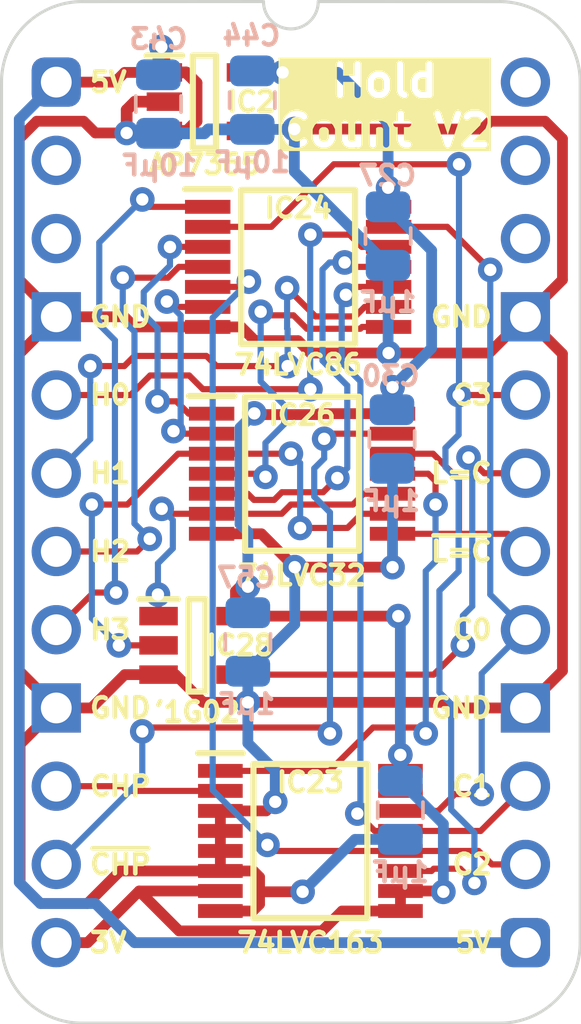
<source format=kicad_pcb>
(kicad_pcb (version 20241229) (generator "pcbnew") (generator_version "9.0")
  (title_block (title "Hold Count") (date "2026-02-20") (rev "V2"))
  (layers (0 "F.Cu" signal) (2 "B.Cu" signal) (13 "F.Paste" user) (15 "B.Paste" user) (5 "F.SilkS" user "F.Silkscreen") (7 "B.SilkS" user "B.Silkscreen") (1 "F.Mask" user) (3 "B.Mask" user) (25 "Edge.Cuts" user))
  (net 0 "")
  (net 1 "GND")
  (net 2 "5V")
  (net 3 "/~{Reset Counter}")
  (net 4 "~{CLK High Pulse}")
  (net 5 "Latch0")
  (net 6 "Latch1")
  (net 7 "Latch3")
  (net 8 "Latch2")
  (net 9 "Count0")
  (net 10 "Count2")
  (net 11 "Count1")
  (net 12 "Count3")
  (net 13 "CLK High Pulse")
  (net 14 "3.3V")
  (net 16 "L=C")
  (net 17 "~{L=C}")
  (net 19 "/~{L1=C1}")
  (net 20 "/~{L2=C2}")
  (net 21 "/~{L3=C3}")
  (net 22 "/~{L0=C0}")
  (net 23 "/~{L_{1+0}=C_{1+0}}")
  (net 24 "/~{L_{3+2}=C_{3+2}}")
  (footprint "SamacSys_Parts:SOT95P275X110-5N" (layer "F.Cu") (at 4.572 18.288)
    (property "Reference" "IC28" (at 1.397 0 0) (layer "F.SilkS") (effects (font (size 0.635 0.635))))
    (property "Value" "74LVC1G02GV,125" (hide yes))
    (fp_text user "${Silkscreen}" (at 0 2.159 0) (layer "F.SilkS") (effects (font (size 0.635 0.635))))
    (pad "1" smd rect (at -1.25 -0.95 90) (size 0.6 1.25) (layers "F.Cu" "F.Mask" "F.Paste") (net 23 "/~{L_{1+0}=C_{1+0}}"))
    (pad "2" smd rect (at -1.25 0 90) (size 0.6 1.25) (layers "F.Cu" "F.Mask" "F.Paste") (net 24 "/~{L_{3+2}=C_{3+2}}"))
    (pad "3" smd rect (at -1.25 0.95 90) (size 0.6 1.25) (layers "F.Cu" "F.Mask" "F.Paste") (net 1 "GND"))
    (pad "4" smd rect (at 1.25 0.95 90) (size 0.6 1.25) (layers "F.Cu" "F.Mask" "F.Paste") (net 16 "L=C"))
    (pad "5" smd rect (at 1.25 -0.95 90) (size 0.6 1.25) (layers "F.Cu" "F.Mask" "F.Paste") (net 14 "3.3V"))
  )
  (footprint "SamacSys_Parts:SOP65P640X110-14N" (layer "F.Cu") (at 7.984 12.715)
    (property "Reference" "IC26" (at 0 -1.905 0) (layer "F.SilkS") (effects (font (size 0.635 0.635))))
    (property "Value" "74LVC32APW,118" (hide yes))
    (fp_text user "${Silkscreen}" (at 0 3.302 0) (layer "F.SilkS") (effects (font (size 0.635 0.635))))
    (pad "1" smd rect (at -2.938 -1.95 90) (size 0.45 1.475) (layers "F.Cu" "F.Mask" "F.Paste") (net 21 "/~{L3=C3}"))
    (pad "2" smd rect (at -2.938 -1.3 90) (size 0.45 1.475) (layers "F.Cu" "F.Mask" "F.Paste") (net 20 "/~{L2=C2}"))
    (pad "3" smd rect (at -2.938 -0.65 90) (size 0.45 1.475) (layers "F.Cu" "F.Mask" "F.Paste") (net 24 "/~{L_{3+2}=C_{3+2}}"))
    (pad "4" smd rect (at -2.938 0 90) (size 0.45 1.475) (layers "F.Cu" "F.Mask" "F.Paste") (net 19 "/~{L1=C1}"))
    (pad "5" smd rect (at -2.938 0.65 90) (size 0.45 1.475) (layers "F.Cu" "F.Mask" "F.Paste") (net 22 "/~{L0=C0}"))
    (pad "6" smd rect (at -2.938 1.3 90) (size 0.45 1.475) (layers "F.Cu" "F.Mask" "F.Paste") (net 23 "/~{L_{1+0}=C_{1+0}}"))
    (pad "7" smd rect (at -2.938 1.95 90) (size 0.45 1.475) (layers "F.Cu" "F.Mask" "F.Paste") (net 1 "GND"))
    (pad "8" smd rect (at 2.938 1.95 90) (size 0.45 1.475) (layers "F.Cu" "F.Mask" "F.Paste") (net 17 "~{L=C}"))
    (pad "9" smd rect (at 2.938 1.3 90) (size 0.45 1.475) (layers "F.Cu" "F.Mask" "F.Paste") (net 24 "/~{L_{3+2}=C_{3+2}}"))
    (pad "10" smd rect (at 2.938 0.65 90) (size 0.45 1.475) (layers "F.Cu" "F.Mask" "F.Paste") (net 23 "/~{L_{1+0}=C_{1+0}}"))
    (pad "11" smd rect (at 2.938 0 90) (size 0.45 1.475) (layers "F.Cu" "F.Mask" "F.Paste") (net 3 "/~{Reset Counter}"))
    (pad "12" smd rect (at 2.938 -0.65 90) (size 0.45 1.475) (layers "F.Cu" "F.Mask" "F.Paste") (net 17 "~{L=C}"))
    (pad "13" smd rect (at 2.938 -1.3 90) (size 0.45 1.475) (layers "F.Cu" "F.Mask" "F.Paste") (net 4 "~{CLK High Pulse}"))
    (pad "14" smd rect (at 2.938 -1.95 90) (size 0.45 1.475) (layers "F.Cu" "F.Mask" "F.Paste") (net 14 "3.3V"))
  )
  (footprint "SamacSys_Parts:SOP65P640X120-14N" (layer "F.Cu") (at 7.857 5.999)
    (property "Reference" "IC24" (at 0 -1.905 0) (layer "F.SilkS") (effects (font (size 0.635 0.635))))
    (property "Value" "SN74LVC86APWR" (hide yes))
    (fp_text user "${Silkscreen}" (at 0 3.175 0) (layer "F.SilkS") (effects (font (size 0.635 0.635))))
    (pad "1" smd rect (at -2.938 -1.95 90) (size 0.45 1.475) (layers "F.Cu" "F.Mask" "F.Paste") (net 7 "Latch3"))
    (pad "2" smd rect (at -2.938 -1.3 90) (size 0.45 1.475) (layers "F.Cu" "F.Mask" "F.Paste") (net 12 "Count3"))
    (pad "3" smd rect (at -2.938 -0.65 90) (size 0.45 1.475) (layers "F.Cu" "F.Mask" "F.Paste") (net 21 "/~{L3=C3}"))
    (pad "4" smd rect (at -2.938 0 90) (size 0.45 1.475) (layers "F.Cu" "F.Mask" "F.Paste") (net 8 "Latch2"))
    (pad "5" smd rect (at -2.938 0.65 90) (size 0.45 1.475) (layers "F.Cu" "F.Mask" "F.Paste") (net 10 "Count2"))
    (pad "6" smd rect (at -2.938 1.3 90) (size 0.45 1.475) (layers "F.Cu" "F.Mask" "F.Paste") (net 20 "/~{L2=C2}"))
    (pad "7" smd rect (at -2.938 1.95 90) (size 0.45 1.475) (layers "F.Cu" "F.Mask" "F.Paste") (net 1 "GND"))
    (pad "8" smd rect (at 2.938 1.95 90) (size 0.45 1.475) (layers "F.Cu" "F.Mask" "F.Paste") (net 19 "/~{L1=C1}"))
    (pad "9" smd rect (at 2.938 1.3 90) (size 0.45 1.475) (layers "F.Cu" "F.Mask" "F.Paste") (net 6 "Latch1"))
    (pad "10" smd rect (at 2.938 0.65 90) (size 0.45 1.475) (layers "F.Cu" "F.Mask" "F.Paste") (net 11 "Count1"))
    (pad "11" smd rect (at 2.938 0 90) (size 0.45 1.475) (layers "F.Cu" "F.Mask" "F.Paste") (net 22 "/~{L0=C0}"))
    (pad "12" smd rect (at 2.938 -0.65 90) (size 0.45 1.475) (layers "F.Cu" "F.Mask" "F.Paste") (net 5 "Latch0"))
    (pad "13" smd rect (at 2.938 -1.3 90) (size 0.45 1.475) (layers "F.Cu" "F.Mask" "F.Paste") (net 9 "Count0"))
    (pad "14" smd rect (at 2.938 -1.95 90) (size 0.45 1.475) (layers "F.Cu" "F.Mask" "F.Paste") (net 14 "3.3V"))
  )
  (footprint "SamacSys_Parts:DIP-24_Board_W15.24mm" (layer "F.Cu") (at 0 0)
    (property "Reference" "J1" (hide yes))
    (property "Value" "Board 2x12 W15.24mm" (hide yes))
    (fp_line (start -1.778 27.94) (end -1.778 0) (stroke (width 0.1)) (layer "Edge.Cuts"))
    (fp_line (start 6.731 -2.6162) (end 0.835732 -2.613732) (stroke (width 0.1)) (layer "Edge.Cuts"))
    (fp_line (start 14.404267 -2.613733) (end 8.509 -2.6162) (stroke (width 0.1)) (layer "Edge.Cuts"))
    (fp_line (start 14.404268 30.553732) (end 0.835733 30.553733) (stroke (width 0.1)) (layer "Edge.Cuts"))
    (fp_line (start 17.018 27.94) (end 17.017999 -0.000001) (stroke (width 0.1)) (layer "Edge.Cuts"))
    (fp_arc (start -1.778 0) (mid -1.012456 -1.848188) (end 0.835732 -2.613732) (stroke (width 0.1)) (layer "Edge.Cuts"))
    (fp_arc (start 0.835733 30.553733) (mid -1.012456 29.788189) (end -1.778 27.94) (stroke (width 0.1)) (layer "Edge.Cuts"))
    (fp_arc (start 8.509 -2.6162) (mid 7.62 -1.7272) (end 6.731 -2.6162) (stroke (width 0.1)) (layer "Edge.Cuts"))
    (fp_arc (start 14.404267 -2.613733) (mid 16.252455 -1.848189) (end 17.017999 -0.000001) (stroke (width 0.1)) (layer "Edge.Cuts"))
    (fp_arc (start 17.018 27.94) (mid 16.252455 29.788187) (end 14.404268 30.553732) (stroke (width 0.1)) (layer "Edge.Cuts"))
    (pad "1" thru_hole roundrect (at 0 0) (size 1.6 1.6) (drill 1) (layers "*.Cu" "*.Mask") (net 2 "5V"))
    (pad "2" thru_hole oval (at 0 2.54) (size 1.6 1.6) (drill 1) (layers "*.Cu" "*.Mask"))
    (pad "3" thru_hole oval (at 0 5.08) (size 1.6 1.6) (drill 1) (layers "*.Cu" "*.Mask"))
    (pad "4" thru_hole rect (at 0 7.62) (size 1.6 1.6) (drill 1) (layers "*.Cu" "*.Mask") (net 1 "GND"))
    (pad "5" thru_hole oval (at 0 10.16) (size 1.6 1.6) (drill 1) (layers "*.Cu" "*.Mask") (net 5 "Latch0"))
    (pad "6" thru_hole oval (at 0 12.7) (size 1.6 1.6) (drill 1) (layers "*.Cu" "*.Mask") (net 6 "Latch1"))
    (pad "7" thru_hole oval (at 0 15.24) (size 1.6 1.6) (drill 1) (layers "*.Cu" "*.Mask") (net 8 "Latch2"))
    (pad "8" thru_hole oval (at 0 17.78) (size 1.6 1.6) (drill 1) (layers "*.Cu" "*.Mask") (net 7 "Latch3"))
    (pad "9" thru_hole rect (at 0 20.32) (size 1.6 1.6) (drill 1) (layers "*.Cu" "*.Mask") (net 1 "GND"))
    (pad "10" thru_hole oval (at 0 22.86) (size 1.6 1.6) (drill 1) (layers "*.Cu" "*.Mask") (net 13 "CLK High Pulse"))
    (pad "11" thru_hole oval (at 0 25.4) (size 1.6 1.6) (drill 1) (layers "*.Cu" "*.Mask") (net 4 "~{CLK High Pulse}"))
    (pad "12" thru_hole oval (at 0 27.94) (size 1.6 1.6) (drill 1) (layers "*.Cu" "*.Mask") (net 14 "3.3V"))
    (pad "13" thru_hole roundrect (at 15.24 27.94) (size 1.6 1.6) (drill 1) (layers "*.Cu" "*.Mask") (net 2 "5V"))
    (pad "14" thru_hole oval (at 15.24 25.4) (size 1.6 1.6) (drill 1) (layers "*.Cu" "*.Mask") (net 10 "Count2"))
    (pad "15" thru_hole oval (at 15.24 22.86) (size 1.6 1.6) (drill 1) (layers "*.Cu" "*.Mask") (net 11 "Count1"))
    (pad "16" thru_hole rect (at 15.24 20.32) (size 1.6 1.6) (drill 1) (layers "*.Cu" "*.Mask") (net 1 "GND"))
    (pad "17" thru_hole oval (at 15.24 17.78 180) (size 1.6 1.6) (drill 1) (layers "*.Cu" "*.Mask") (net 9 "Count0"))
    (pad "18" thru_hole oval (at 15.24 15.24 180) (size 1.6 1.6) (drill 1) (layers "*.Cu" "*.Mask") (net 17 "~{L=C}"))
    (pad "19" thru_hole oval (at 15.24 12.7 180) (size 1.6 1.6) (drill 1) (layers "*.Cu" "*.Mask") (net 16 "L=C"))
    (pad "20" thru_hole oval (at 15.24 10.16 180) (size 1.6 1.6) (drill 1) (layers "*.Cu" "*.Mask") (net 12 "Count3"))
    (pad "21" thru_hole rect (at 15.24 7.62) (size 1.6 1.6) (drill 1) (layers "*.Cu" "*.Mask") (net 1 "GND"))
    (pad "22" thru_hole oval (at 15.24 5.08) (size 1.6 1.6) (drill 1) (layers "*.Cu" "*.Mask"))
    (pad "23" thru_hole oval (at 15.24 2.54) (size 1.6 1.6) (drill 1) (layers "*.Cu" "*.Mask"))
    (pad "24" thru_hole oval (at 15.24 0) (size 1.6 1.6) (drill 1) (layers "*.Cu" "*.Mask"))
  )
  (footprint "SamacSys_Parts:SOT95P285X130-5N" (layer "F.Cu") (at 4.811002 0.635)
    (property "Reference" "IC2" (at 1.524 0 0) (layer "F.SilkS") (effects (font (size 0.635 0.635))))
    (property "Value" "AP7365-33WG-7" (hide yes))
    (fp_text user "${Silkscreen}" (at 0 2.032 0) (layer "F.SilkS") (effects (font (size 0.635 0.635))))
    (pad "1" smd rect (at -1.3 -0.95 90) (size 0.6 1.15) (layers "F.Cu" "F.Mask" "F.Paste") (net 2 "5V"))
    (pad "2" smd rect (at -1.3 0 90) (size 0.6 1.15) (layers "F.Cu" "F.Mask" "F.Paste") (net 1 "GND"))
    (pad "3" smd rect (at -1.3 0.95 90) (size 0.6 1.15) (layers "F.Cu" "F.Mask" "F.Paste") (net 2 "5V"))
    (pad "4" smd rect (at 1.3 0.95 90) (size 0.6 1.15) (layers "F.Cu" "F.Mask" "F.Paste"))
    (pad "5" smd rect (at 1.3 -0.95 90) (size 0.6 1.15) (layers "F.Cu" "F.Mask" "F.Paste") (net 14 "3.3V"))
  )
  (footprint "SamacSys_Parts:SOP65P640X110-16N" (layer "F.Cu") (at 8.255 24.638)
    (property "Reference" "IC23" (at 0 -1.905 0) (layer "F.SilkS") (effects (font (size 0.635 0.635))))
    (property "Value" "74LVC163PW,118" (hide yes))
    (fp_text user "${Silkscreen}" (at 0 3.302 0) (layer "F.SilkS") (effects (font (size 0.635 0.635))))
    (pad "1" smd rect (at -2.925 -2.275 90) (size 0.45 1.45) (layers "F.Cu" "F.Mask" "F.Paste") (net 3 "/~{Reset Counter}"))
    (pad "2" smd rect (at -2.925 -1.625 90) (size 0.45 1.45) (layers "F.Cu" "F.Mask" "F.Paste") (net 13 "CLK High Pulse"))
    (pad "3" smd rect (at -2.925 -0.975 90) (size 0.45 1.45) (layers "F.Cu" "F.Mask" "F.Paste") (net 1 "GND"))
    (pad "4" smd rect (at -2.925 -0.325 90) (size 0.45 1.45) (layers "F.Cu" "F.Mask" "F.Paste") (net 1 "GND"))
    (pad "5" smd rect (at -2.925 0.325 90) (size 0.45 1.45) (layers "F.Cu" "F.Mask" "F.Paste") (net 1 "GND"))
    (pad "6" smd rect (at -2.925 0.975 90) (size 0.45 1.45) (layers "F.Cu" "F.Mask" "F.Paste") (net 1 "GND"))
    (pad "7" smd rect (at -2.925 1.625 90) (size 0.45 1.45) (layers "F.Cu" "F.Mask" "F.Paste") (net 14 "3.3V"))
    (pad "8" smd rect (at -2.925 2.275 90) (size 0.45 1.45) (layers "F.Cu" "F.Mask" "F.Paste") (net 1 "GND"))
    (pad "9" smd rect (at 2.925 2.275 90) (size 0.45 1.45) (layers "F.Cu" "F.Mask" "F.Paste") (net 14 "3.3V"))
    (pad "10" smd rect (at 2.925 1.625 90) (size 0.45 1.45) (layers "F.Cu" "F.Mask" "F.Paste") (net 14 "3.3V"))
    (pad "11" smd rect (at 2.925 0.975 90) (size 0.45 1.45) (layers "F.Cu" "F.Mask" "F.Paste") (net 12 "Count3"))
    (pad "12" smd rect (at 2.925 0.325 90) (size 0.45 1.45) (layers "F.Cu" "F.Mask" "F.Paste") (net 10 "Count2"))
    (pad "13" smd rect (at 2.925 -0.325 90) (size 0.45 1.45) (layers "F.Cu" "F.Mask" "F.Paste") (net 11 "Count1"))
    (pad "14" smd rect (at 2.925 -0.975 90) (size 0.45 1.45) (layers "F.Cu" "F.Mask" "F.Paste") (net 9 "Count0"))
    (pad "15" smd rect (at 2.925 -1.625 90) (size 0.45 1.45) (layers "F.Cu" "F.Mask" "F.Paste"))
    (pad "16" smd rect (at 2.925 -2.275 90) (size 0.45 1.45) (layers "F.Cu" "F.Mask" "F.Paste") (net 14 "3.3V"))
  )
  (footprint "SamacSys_Parts:C_0805" (layer "B.Cu") (at 6.223 18.161)
    (property "Reference" "C57" (at -0.061 -2.075 0) (layer "B.SilkS") (effects (font (size 0.635 0.635)) (justify mirror)))
    (property "Value" "1μF" (at -0.034 2.032 0) (layer "B.SilkS") (effects (font (size 0.635 0.635)) (justify mirror)))
    (pad "1" smd roundrect (at 0 -0.934 270) (size 1 1.45) (layers "B.Cu" "B.Mask" "B.Paste") (net 14 "3.3V"))
    (pad "2" smd roundrect (at 0 0.966 270) (size 1 1.45) (layers "B.Cu" "B.Mask" "B.Paste") (net 1 "GND"))
  )
  (footprint "SamacSys_Parts:C_0805" (layer "B.Cu") (at 10.778 4.983)
    (property "Reference" "C27" (at -0.026999 -1.948 0) (layer "B.SilkS") (effects (font (size 0.635 0.635)) (justify mirror)))
    (property "Value" "1μF" (at 0 2.159 0) (layer "B.SilkS") (effects (font (size 0.635 0.635)) (justify mirror)))
    (pad "1" smd roundrect (at 0 -0.934 270) (size 1 1.45) (layers "B.Cu" "B.Mask" "B.Paste") (net 14 "3.3V"))
    (pad "2" smd roundrect (at 0 0.966 270) (size 1 1.45) (layers "B.Cu" "B.Mask" "B.Paste") (net 1 "GND"))
  )
  (footprint "SamacSys_Parts:C_0805" (layer "B.Cu") (at 11.176 23.622)
    (property "Reference" "C25" (hide yes))
    (property "Value" "1μF" (at 0 2.032 180) (layer "B.SilkS") (effects (font (size 0.635 0.635)) (justify mirror)))
    (pad "1" smd roundrect (at 0 -0.934 270) (size 1 1.45) (layers "B.Cu" "B.Mask" "B.Paste") (net 14 "3.3V"))
    (pad "2" smd roundrect (at 0 0.966 270) (size 1 1.45) (layers "B.Cu" "B.Mask" "B.Paste") (net 1 "GND"))
  )
  (footprint "SamacSys_Parts:C_0805" (layer "B.Cu") (at 10.905 11.572)
    (property "Reference" "C30" (at -0.044 -2.032 0) (layer "B.SilkS") (effects (font (size 0.635 0.635)) (justify mirror)))
    (property "Value" "1μF" (at -0.017 2.032 0) (layer "B.SilkS") (effects (font (size 0.635 0.635)) (justify mirror)))
    (pad "1" smd roundrect (at 0 -0.934 270) (size 1 1.45) (layers "B.Cu" "B.Mask" "B.Paste") (net 14 "3.3V"))
    (pad "2" smd roundrect (at 0 0.966 270) (size 1 1.45) (layers "B.Cu" "B.Mask" "B.Paste") (net 1 "GND"))
  )
  (footprint "SamacSys_Parts:C_0805" (layer "B.Cu") (at 6.365002 0.569)
    (property "Reference" "C44" (at -0.026999 -2.075 0) (layer "B.SilkS") (effects (font (size 0.635 0.635)) (justify mirror)))
    (property "Value" "10μF" (at 0 2.032 0) (layer "B.SilkS") (effects (font (size 0.635 0.635)) (justify mirror)))
    (pad "1" smd roundrect (at 0 -0.934 270) (size 1 1.45) (layers "B.Cu" "B.Mask" "B.Paste") (net 14 "3.3V"))
    (pad "2" smd roundrect (at 0 0.966 270) (size 1 1.45) (layers "B.Cu" "B.Mask" "B.Paste") (net 1 "GND"))
  )
  (footprint "SamacSys_Parts:C_0805" (layer "B.Cu") (at 3.317002 0.696)
    (property "Reference" "C43" (at 0.002805 -2.095408 0) (layer "B.SilkS") (effects (font (size 0.635 0.635)) (justify mirror)))
    (property "Value" "10μF" (at 0.029803 2.011592 0) (layer "B.SilkS") (effects (font (size 0.635 0.635)) (justify mirror)))
    (pad "1" smd roundrect (at 0 -0.934 270) (size 1 1.45) (layers "B.Cu" "B.Mask" "B.Paste") (net 2 "5V"))
    (pad "2" smd roundrect (at 0 0.966 270) (size 1 1.45) (layers "B.Cu" "B.Mask" "B.Paste") (net 1 "GND"))
  )
  (gr_text "GND" (at 14.224 7.62 0) (layer "F.SilkS") (effects (font (size 0.635 0.635)) (justify right)))
  (gr_text "GND" (at 1.016 7.62 0) (layer "F.SilkS") (effects (font (size 0.635 0.635)) (justify left)))
  (gr_text "C3" (at 14.224 10.16 0) (layer "F.SilkS") (effects (font (size 0.635 0.635)) (justify right)))
  (gr_text "5V" (at 1.016 0 0) (layer "F.SilkS") (effects (font (size 0.635 0.635)) (justify left)))
  (gr_text "~{L=C}" (at 14.224 15.24 0) (layer "F.SilkS") (effects (font (size 0.635 0.635) (thickness 0.15) (bold yes)) (justify right)))
  (gr_text "C1" (at 14.224 22.86 0) (layer "F.SilkS") (effects (font (size 0.635 0.635)) (justify right)))
  (gr_text "~{CHP}" (at 1.016 25.4 0) (layer "F.SilkS") (effects (font (size 0.635 0.635)) (justify left)))
  (gr_text "3V" (at 1.016 27.94 0) (layer "F.SilkS") (effects (font (size 0.635 0.635)) (justify left)))
  (gr_text "C2" (at 14.224 25.4 0) (layer "F.SilkS") (effects (font (size 0.635 0.635)) (justify right)))
  (gr_text "C0" (at 14.224 17.78 0) (layer "F.SilkS") (effects (font (size 0.635 0.635)) (justify right)))
  (gr_text "CHP" (at 1.016 22.86 0) (layer "F.SilkS") (effects (font (size 0.635 0.635) (thickness 0.15) (bold yes)) (justify left)))
  (gr_text "GND" (at 1.016 20.32 0) (layer "F.SilkS") (effects (font (size 0.635 0.635)) (justify left)))
  (gr_text "5V" (at 14.224 27.94 0) (layer "F.SilkS") (effects (font (size 0.635 0.635)) (justify right)))
  (gr_text "GND" (at 14.224 20.32 0) (layer "F.SilkS") (effects (font (size 0.635 0.635)) (justify right)))
  (gr_text "Hold\nCount ${REVISION}" (at 10.668 2.159 0) (layer "F.SilkS" knockout) (effects (font (size 1 1) (thickness 0.2) (bold yes)) (justify bottom)))
  (gr_text "L=C" (at 14.224 12.7 0) (layer "F.SilkS") (effects (font (size 0.635 0.635) (thickness 0.15) (bold yes)) (justify right)))
  (gr_text "H2" (at 1.016 15.24 0) (layer "F.SilkS") (effects (font (size 0.635 0.635) (thickness 0.15) (bold yes)) (justify left)))
  (gr_text "H1" (at 1.016 12.7 0) (layer "F.SilkS") (effects (font (size 0.635 0.635)) (justify left)))
  (gr_text "H0" (at 1.016 10.16 0) (layer "F.SilkS") (effects (font (size 0.635 0.635)) (justify left)))
  (gr_text "H3" (at 1.016 17.78 0) (layer "F.SilkS") (effects (font (size 0.635 0.635)) (justify left)))
  (segment (start 16.441999 6.418001) (end 16.441999 1.836999) (width 0.35) (layer "F.Cu") (net 1))
  (segment (start 2.211 7.62) (end 2.54 7.949) (width 0.35) (layer "F.Cu") (net 1))
  (segment (start 2.073 25.613) (end 5.33 25.613) (width 0.35) (layer "F.Cu") (net 1))
  (segment (start 6.0065 7.949) (end 6.4525 8.395) (width 0.35) (layer "F.Cu") (net 1))
  (segment (start 12.827 20.32) (end 15.24 20.32) (width 0.35) (layer "F.Cu") (net 1))
  (segment (start 1.27 1.651) (end 2.286 1.651) (width 0.35) (layer "F.Cu") (net 1))
  (segment (start 2.556002 0.635) (end 2.286 0.905002) (width 0.38) (layer "F.Cu") (net 1))
  (segment (start 16.442 19.118) (end 15.24 20.32) (width 0.35) (layer "F.Cu") (net 1))
  (segment (start 0 20.32) (end -1.176 21.496) (width 0.35) (layer "F.Cu") (net 1))
  (segment (start -1.202 1.837) (end -0.635 1.27) (width 0.35) (layer "F.Cu") (net 1))
  (segment (start 15.24 7.62) (end 16.441999 6.418001) (width 0.35) (layer "F.Cu") (net 1))
  (segment (start 4.771002 20.138002) (end 3.871 19.238) (width 0.35) (layer "F.Cu") (net 1))
  (segment (start 7.747 15.748) (end 10.922 15.748) (width 0.35) (layer "F.Cu") (net 1))
  (segment (start -1.176 21.496) (end -1.176 26.008058) (width 0.35) (layer "F.Cu") (net 1))
  (segment (start 5.046 14.665) (end 6.664 14.665) (width 0.35) (layer "F.Cu") (net 1))
  (segment (start 6.405 25.613) (end 5.33 25.613) (width 0.35) (layer "F.Cu") (net 1))
  (segment (start 2.54 7.949) (end 4.919 7.949) (width 0.35) (layer "F.Cu") (net 1))
  (segment (start -1.202 19.118) (end 0 20.32) (width 0.35) (layer "F.Cu") (net 1))
  (segment (start -1.202 8.822) (end -1.202 19.118) (width 0.35) (layer "F.Cu") (net 1))
  (segment (start 13.843 1.524) (end 7.732002 1.524) (width 0.35) (layer "F.Cu") (net 1))
  (segment (start 0 7.62) (end -1.202 8.822) (width 0.35) (layer "F.Cu") (net 1))
  (segment (start 6.604 25.812) (end 6.405 25.613) (width 0.35) (layer "F.Cu") (net 1))
  (segment (start 2.286 0.905002) (end 2.286 1.651) (width 0.38) (layer "F.Cu") (net 1))
  (segment (start 4.919 7.949) (end 6.0065 7.949) (width 0.35) (layer "F.Cu") (net 1))
  (segment (start 0 7.62) (end 2.211 7.62) (width 0.35) (layer "F.Cu") (net 1))
  (segment (start 8.257048 8.795877) (end 10.795 8.795877) (width 0.35) (layer "F.Cu") (net 1))
  (segment (start 3.511002 0.635) (end 2.556002 0.635) (width 0.38) (layer "F.Cu") (net 1))
  (segment (start 15.24 7.62) (end 16.441999 8.821999) (width 0.35) (layer "F.Cu") (net 1))
  (segment (start -0.514058 26.67) (end 1.016 26.67) (width 0.35) (layer "F.Cu") (net 1))
  (segment (start 6.664 14.665) (end 7.747 15.748) (width 0.35) (layer "F.Cu") (net 1))
  (segment (start 5.33 25.613) (end 5.33 24.963) (width 0.35) (layer "F.Cu") (net 1))
  (segment (start 15.24 7.62) (end 14.064123 8.795877) (width 0.35) (layer "F.Cu") (net 1))
  (segment (start -1.202 6.418) (end -1.202 1.837) (width 0.35) (layer "F.Cu") (net 1))
  (segment (start 1.143 20.32) (end 2.225 19.238) (width 0.35) (layer "F.Cu") (net 1))
  (segment (start 6.604 26.289) (end 6.604 25.812) (width 0.35) (layer "F.Cu") (net 1))
  (segment (start -1.176 26.008058) (end -0.514058 26.67) (width 0.35) (layer "F.Cu") (net 1))
  (segment (start 6.223 20.138002) (end 12.645002 20.138002) (width 0.35) (layer "F.Cu") (net 1))
  (segment (start 6.604 26.289) (end 8.001 26.289) (width 0.35) (layer "F.Cu") (net 1))
  (segment (start 2.225 19.238) (end 3.322 19.238) (width 0.35) (layer "F.Cu") (net 1))
  (segment (start 6.382 26.913) (end 6.604 26.691) (width 0.35) (layer "F.Cu") (net 1))
  (segment (start 12.645002 20.138002) (end 12.827 20.32) (width 0.35) (layer "F.Cu") (net 1))
  (segment (start 0 20.32) (end 1.143 20.32) (width 0.35) (layer "F.Cu") (net 1))
  (segment (start 7.112 23.368) (end 6.817 23.663) (width 0.35) (layer "F.Cu") (net 1))
  (segment (start 16.441999 8.821999) (end 16.442 19.118) (width 0.35) (layer "F.Cu") (net 1))
  (segment (start 0.889 1.27) (end 1.27 1.651) (width 0.35) (layer "F.Cu") (net 1))
  (segment (start 6.4525 8.395) (end 7.856171 8.395) (width 0.35) (layer "F.Cu") (net 1))
  (segment (start 5.33 24.963) (end 5.33 24.313) (width 0.35) (layer "F.Cu") (net 1))
  (segment (start 7.856171 8.395) (end 8.257048 8.795877) (width 0.35) (layer "F.Cu") (net 1))
  (segment (start 16.441999 1.836999) (end 15.875 1.27) (width 0.35) (layer "F.Cu") (net 1))
  (segment (start 0 7.62) (end -1.202 6.418) (width 0.35) (layer "F.Cu") (net 1))
  (segment (start 3.871 19.238) (end 3.322 19.238) (width 0.35) (layer "F.Cu") (net 1))
  (segment (start -0.635 1.27) (end 0.889 1.27) (width 0.35) (layer "F.Cu") (net 1))
  (segment (start 15.875 1.27) (end 14.097 1.27) (width 0.35) (layer "F.Cu") (net 1))
  (segment (start 5.33 26.913) (end 6.382 26.913) (width 0.35) (layer "F.Cu") (net 1))
  (segment (start 1.016 26.67) (end 2.073 25.613) (width 0.35) (layer "F.Cu") (net 1))
  (segment (start 6.817 23.663) (end 5.33 23.663) (width 0.35) (layer "F.Cu") (net 1))
  (segment (start 6.223 20.138002) (end 4.771002 20.138002) (width 0.35) (layer "F.Cu") (net 1))
  (segment (start 14.064123 8.795877) (end 10.795 8.795877) (width 0.35) (layer "F.Cu") (net 1))
  (segment (start 5.33 24.313) (end 5.33 23.663) (width 0.35) (layer "F.Cu") (net 1))
  (segment (start 14.097 1.27) (end 13.843 1.524) (width 0.35) (layer "F.Cu") (net 1))
  (segment (start 6.604 26.691) (end 6.604 26.289) (width 0.35) (layer "F.Cu") (net 1))
  (via (at 10.795 8.795877) (size 0.8) (drill 0.4) (layers "F.Cu" "B.Cu") (net 1))
  (via (at 7.747 15.748) (size 0.8) (drill 0.4) (layers "F.Cu" "B.Cu") (net 1))
  (via (at 7.732002 1.524) (size 0.8) (drill 0.4) (layers "F.Cu" "B.Cu") (net 1))
  (via (at 6.223 20.138002) (size 0.8) (drill 0.4) (layers "F.Cu" "B.Cu") (net 1))
  (via (at 2.286 1.651) (size 0.8) (drill 0.4) (layers "F.Cu" "B.Cu") (net 1))
  (via (at 10.922 15.748) (size 0.8) (drill 0.4) (layers "F.Cu" "B.Cu") (net 1))
  (via (at 7.112 23.368) (size 0.8) (drill 0.4) (layers "F.Cu" "B.Cu") (net 1))
  (via (at 8.001 26.289) (size 0.8) (drill 0.4) (layers "F.Cu" "B.Cu") (net 1))
  (segment (start 6.223 19.127) (end 7.747 17.603) (width 0.35) (layer "B.Cu") (net 1))
  (segment (start 10.778 5.949) (end 10.778 8.778877) (width 0.35) (layer "B.Cu") (net 1))
  (segment (start 6.223 19.127) (end 6.223 20.138002) (width 0.35) (layer "B.Cu") (net 1))
  (segment (start 3.317002 1.662) (end 4.811002 1.662) (width 0.38) (layer "B.Cu") (net 1))
  (segment (start 6.223 21.463) (end 7.112 22.352) (width 0.35) (layer "B.Cu") (net 1))
  (segment (start 2.297 1.662) (end 2.286 1.651) (width 0.38) (layer "B.Cu") (net 1))
  (segment (start 7.732002 2.903002) (end 7.732002 1.524) (width 0.35) (layer "B.Cu") (net 1))
  (segment (start 9.702 24.588) (end 8.001 26.289) (width 0.35) (layer "B.Cu") (net 1))
  (segment (start 10.778 5.949) (end 7.732002 2.903002) (width 0.35) (layer "B.Cu") (net 1))
  (segment (start 6.365002 1.535) (end 7.721002 1.535) (width 0.35) (layer "B.Cu") (net 1))
  (segment (start 11.176 24.588) (end 9.702 24.588) (width 0.35) (layer "B.Cu") (net 1))
  (segment (start 6.223 20.138002) (end 6.223 21.463) (width 0.35) (layer "B.Cu") (net 1))
  (segment (start 3.317002 1.662) (end 2.297 1.662) (width 0.38) (layer "B.Cu") (net 1))
  (segment (start 10.778 8.778877) (end 10.795 8.795877) (width 0.35) (layer "B.Cu") (net 1))
  (segment (start 7.747 17.603) (end 7.747 15.748) (width 0.35) (layer "B.Cu") (net 1))
  (segment (start 7.721002 1.535) (end 7.732002 1.524) (width 0.35) (layer "B.Cu") (net 1))
  (segment (start 7.112 22.352) (end 7.112 23.368) (width 0.35) (layer "B.Cu") (net 1))
  (segment (start 6.365002 1.535) (end 4.938002 1.535) (width 0.38) (layer "B.Cu") (net 1))
  (segment (start 4.938002 1.535) (end 4.811002 1.662) (width 0.38) (layer "B.Cu") (net 1))
  (segment (start 10.922 15.748) (end 10.922 12.555) (width 0.35) (layer "B.Cu") (net 1))
  (segment (start 3.511002 -0.315) (end 3.511002 -1.046) (width 0.38) (layer "F.Cu") (net 2))
  (segment (start 3.511002 -0.315) (end 4.218002 -0.315) (width 0.38) (layer "F.Cu") (net 2))
  (segment (start 3.511002 -0.315) (end 2.22 -0.315) (width 0.35) (layer "F.Cu") (net 2))
  (segment (start 4.557002 0.024) (end 4.557002 1.27) (width 0.38) (layer "F.Cu") (net 2))
  (segment (start 4.218002 -0.315) (end 4.557002 0.024) (width 0.38) (layer "F.Cu") (net 2))
  (segment (start 4.557002 1.27) (end 4.242002 1.585) (width 0.38) (layer "F.Cu") (net 2))
  (segment (start 1.905 0) (end 0 0) (width 0.35) (layer "F.Cu") (net 2))
  (segment (start 3.511002 -1.046) (end 3.414002 -1.143) (width 0.38) (layer "F.Cu") (net 2))
  (segment (start 2.22 -0.315) (end 1.905 0) (width 0.35) (layer "F.Cu") (net 2))
  (segment (start 4.242002 1.585) (end 3.511002 1.585) (width 0.38) (layer "F.Cu") (net 2))
  (via (at 3.414002 -1.143) (size 0.8) (drill 0.4) (layers "F.Cu" "B.Cu") (net 2))
  (segment (start 3.317002 -0.238) (end 3.317002 -1.046) (width 0.38) (layer "B.Cu") (net 2))
  (segment (start 2.54 27.94) (end 1.27 26.67) (width 0.35) (layer "B.Cu") (net 2))
  (segment (start 1.27 26.67) (end -0.514058 26.67) (width 0.35) (layer "B.Cu") (net 2))
  (segment (start 15.24 27.94) (end 2.54 27.94) (width 0.35) (layer "B.Cu") (net 2))
  (segment (start 3.317002 -1.046) (end 3.414002 -1.143) (width 0.38) (layer "B.Cu") (net 2))
  (segment (start -0.514058 26.67) (end -1.202 25.982058) (width 0.35) (layer "B.Cu") (net 2))
  (segment (start -1.202 25.982058) (end -1.202 1.202) (width 0.35) (layer "B.Cu") (net 2))
  (segment (start -1.202 1.202) (end 0 0) (width 0.35) (layer "B.Cu") (net 2))
  (segment (start 12.08 12.715) (end 12.319 12.954) (width 0.2) (layer "F.Cu") (net 3))
  (segment (start 11.811 20.955) (end 12.001 21.145) (width 0.2) (layer "F.Cu") (net 3))
  (segment (start 10.922 12.715) (end 12.08 12.715) (width 0.2) (layer "F.Cu") (net 3))
  (segment (start 12.319 12.954) (end 12.319 13.716) (width 0.2) (layer "F.Cu") (net 3))
  (segment (start 10.287 20.955) (end 11.811 20.955) (width 0.2) (layer "F.Cu") (net 3))
  (segment (start 5.33 22.363) (end 8.879 22.363) (width 0.2) (layer "F.Cu") (net 3))
  (segment (start 8.879 22.363) (end 10.287 20.955) (width 0.2) (layer "F.Cu") (net 3))
  (via (at 12.319 13.716) (size 0.8) (drill 0.4) (layers "F.Cu" "B.Cu") (net 3))
  (via (at 12.001 21.145) (size 0.8) (drill 0.4) (layers "F.Cu" "B.Cu") (net 3))
  (segment (start 12.001 21.145) (end 12.001 15.875) (width 0.2) (layer "B.Cu") (net 3))
  (segment (start 12.319 15.557) (end 12.001 15.875) (width 0.2) (layer "B.Cu") (net 3))
  (segment (start 12.319 13.716) (end 12.319 15.557) (width 0.2) (layer "B.Cu") (net 3))
  (segment (start 10.922 11.415) (end 8.870355 11.415) (width 0.2) (layer "F.Cu") (net 4))
  (segment (start 2.794 21.082) (end 2.921 20.955) (width 0.2) (layer "F.Cu") (net 4))
  (segment (start 2.921 20.955) (end 8.7 20.955) (width 0.2) (layer "F.Cu") (net 4))
  (segment (start 8.7 20.955) (end 8.89 21.145) (width 0.2) (layer "F.Cu") (net 4))
  (segment (start 8.870355 11.415) (end 8.703 11.582355) (width 0.2) (layer "F.Cu") (net 4))
  (via (at 8.703 11.582355) (size 0.8) (drill 0.4) (layers "F.Cu" "B.Cu") (net 4))
  (via (at 8.89 21.145) (size 0.8) (drill 0.4) (layers "F.Cu" "B.Cu") (net 4))
  (via (at 2.794 21.082) (size 0.8) (drill 0.4) (layers "F.Cu" "B.Cu") (net 4))
  (segment (start 8.379 13.459) (end 8.379 12.542826) (width 0.2) (layer "B.Cu") (net 4))
  (segment (start 8.89 21.145) (end 8.89 13.97) (width 0.2) (layer "B.Cu") (net 4))
  (segment (start 8.379 12.542826) (end 8.703 12.218826) (width 0.2) (layer "B.Cu") (net 4))
  (segment (start 0 25.4) (end 2.794 22.606) (width 0.2) (layer "B.Cu") (net 4))
  (segment (start 8.703 12.218826) (end 8.703 11.582355) (width 0.2) (layer "B.Cu") (net 4))
  (segment (start 2.794 22.606) (end 2.794 21.082) (width 0.2) (layer "B.Cu") (net 4))
  (segment (start 8.89 13.97) (end 8.379 13.459) (width 0.2) (layer "B.Cu") (net 4))
  (segment (start 0 10.16) (end 2.413 10.16) (width 0.2) (layer "F.Cu") (net 5))
  (segment (start 10.795 5.349) (end 9.921 5.349) (width 0.2) (layer "F.Cu") (net 5))
  (segment (start 3.048 9.525) (end 4.318 9.525) (width 0.2) (layer "F.Cu") (net 5))
  (segment (start 2.413 10.16) (end 3.048 9.525) (width 0.2) (layer "F.Cu") (net 5))
  (segment (start 9.525 4.953) (end 8.255 4.953) (width 0.2) (layer "F.Cu") (net 5))
  (segment (start 9.921 5.349) (end 9.525 4.953) (width 0.2) (layer "F.Cu") (net 5))
  (segment (start 4.318 9.525) (end 4.763 9.97) (width 0.2) (layer "F.Cu") (net 5))
  (segment (start 4.763 9.97) (end 8.255 9.97) (width 0.2) (layer "F.Cu") (net 5))
  (via (at 8.255 9.97) (size 0.8) (drill 0.4) (layers "F.Cu" "B.Cu") (net 5))
  (via (at 8.255 4.953) (size 0.8) (drill 0.4) (layers "F.Cu" "B.Cu") (net 5))
  (segment (start 8.255 4.953) (end 8.248 4.96) (width 0.2) (layer "B.Cu") (net 5))
  (segment (start 8.248 9.963) (end 8.255 9.97) (width 0.2) (layer "B.Cu") (net 5))
  (segment (start 8.248 4.96) (end 8.248 9.963) (width 0.2) (layer "B.Cu") (net 5))
  (segment (start 2.21 9.22) (end 2.54 8.89) (width 0.2) (layer "F.Cu") (net 6))
  (segment (start 5.207 9.22) (end 7.514444 9.22) (width 0.2) (layer "F.Cu") (net 6))
  (segment (start 10.017661 7.299) (end 9.708661 7.608) (width 0.2) (layer "F.Cu") (net 6))
  (segment (start 10.795 7.299) (end 10.017661 7.299) (width 0.2) (layer "F.Cu") (net 6))
  (segment (start 2.54 8.89) (end 4.877 8.89) (width 0.2) (layer "F.Cu") (net 6))
  (segment (start 4.877 8.89) (end 5.207 9.22) (width 0.2) (layer "F.Cu") (net 6))
  (segment (start 9.708661 7.608) (end 8.419634 7.608) (width 0.2) (layer "F.Cu") (net 6))
  (segment (start 8.419634 7.608) (end 7.498 6.686366) (width 0.2) (layer "F.Cu") (net 6))
  (segment (start 1.104573 9.22) (end 2.21 9.22) (width 0.2) (layer "F.Cu") (net 6))
  (via (at 7.514444 9.22) (size 0.8) (drill 0.4) (layers "F.Cu" "B.Cu") (net 6))
  (via (at 1.104573 9.22) (size 0.8) (drill 0.4) (layers "F.Cu" "B.Cu") (net 6))
  (via (at 7.498 6.686366) (size 0.8) (drill 0.4) (layers "F.Cu" "B.Cu") (net 6))
  (segment (start 7.498 6.686366) (end 7.498 8.001) (width 0.2) (layer "B.Cu") (net 6))
  (segment (start 7.514444 9.22) (end 7.514444 8.017444) (width 0.2) (layer "B.Cu") (net 6))
  (segment (start 1.104573 11.595427) (end 1.104573 9.22) (width 0.2) (layer "B.Cu") (net 6))
  (segment (start 0 12.7) (end 1.104573 11.595427) (width 0.2) (layer "B.Cu") (net 6))
  (segment (start 7.514444 8.017444) (end 7.498 8.001) (width 0.2) (layer "B.Cu") (net 6))
  (segment (start 2.794 3.81) (end 3.033 4.049) (width 0.2) (layer "F.Cu") (net 7))
  (segment (start 1.206999 16.573001) (end 1.940888 16.573001) (width 0.2) (layer "F.Cu") (net 7))
  (segment (start 3.033 4.049) (end 4.919 4.049) (width 0.2) (layer "F.Cu") (net 7))
  (segment (start 0 17.78) (end 1.206999 16.573001) (width 0.2) (layer "F.Cu") (net 7))
  (via (at 1.940888 16.573001) (size 0.8) (drill 0.4) (layers "F.Cu" "B.Cu") (net 7))
  (via (at 2.794 3.81) (size 0.8) (drill 0.4) (layers "F.Cu" "B.Cu") (net 7))
  (segment (start 1.397 5.207) (end 2.794 3.81) (width 0.2) (layer "B.Cu") (net 7))
  (segment (start 1.397 7.874) (end 1.397 5.207) (width 0.2) (layer "B.Cu") (net 7))
  (segment (start 1.940888 16.573001) (end 1.905 16.537113) (width 0.2) (layer "B.Cu") (net 7))
  (segment (start 1.905 16.537113) (end 1.905 8.382) (width 0.2) (layer "B.Cu") (net 7))
  (segment (start 1.905 8.382) (end 1.397 7.874) (width 0.2) (layer "B.Cu") (net 7))
  (segment (start 4.919 5.999) (end 3.9815 5.999) (width 0.2) (layer "F.Cu") (net 8))
  (segment (start 0 15.24) (end 2.625648 15.24) (width 0.2) (layer "F.Cu") (net 8))
  (segment (start 2.625648 15.24) (end 3.036 14.829648) (width 0.2) (layer "F.Cu") (net 8))
  (segment (start 3.9815 5.999) (end 3.6305 6.35) (width 0.2) (layer "F.Cu") (net 8))
  (segment (start 3.6305 6.35) (end 2.159 6.35) (width 0.2) (layer "F.Cu") (net 8))
  (via (at 3.036 14.829648) (size 0.8) (drill 0.4) (layers "F.Cu" "B.Cu") (net 8))
  (via (at 2.159 6.35) (size 0.8) (drill 0.4) (layers "F.Cu" "B.Cu") (net 8))
  (segment (start 2.54 14.333648) (end 2.54 8.100114) (width 0.2) (layer "B.Cu") (net 8))
  (segment (start 2.159 7.719114) (end 2.159 6.35) (width 0.2) (layer "B.Cu") (net 8))
  (segment (start 3.036 14.829648) (end 2.54 14.333648) (width 0.2) (layer "B.Cu") (net 8))
  (segment (start 2.54 8.100114) (end 2.159 7.719114) (width 0.2) (layer "B.Cu") (net 8))
  (segment (start 11.18 23.663) (end 12.405 23.663) (width 0.2) (layer "F.Cu") (net 9))
  (segment (start 12.405 23.663) (end 12.954 23.114) (width 0.2) (layer "F.Cu") (net 9))
  (segment (start 12.954 23.114) (end 13.819 23.114) (width 0.2) (layer "F.Cu") (net 9))
  (segment (start 10.795 4.699) (end 12.7 4.699) (width 0.2) (layer "F.Cu") (net 9))
  (segment (start 12.7 4.699) (end 14.097 6.096) (width 0.2) (layer "F.Cu") (net 9))
  (via (at 14.097 6.096) (size 0.8) (drill 0.4) (layers "F.Cu" "B.Cu") (net 9))
  (via (at 13.819 23.114) (size 0.8) (drill 0.4) (layers "F.Cu" "B.Cu") (net 9))
  (segment (start 15.24 17.78) (end 13.819 19.201) (width 0.2) (layer "B.Cu") (net 9))
  (segment (start 15.24 17.78) (end 14.097 16.637) (width 0.2) (layer "B.Cu") (net 9))
  (segment (start 14.097 16.637) (end 14.097 6.096) (width 0.2) (layer "B.Cu") (net 9))
  (segment (start 13.819 19.201) (end 13.819 23.114) (width 0.2) (layer "B.Cu") (net 9))
  (segment (start 11.18 24.963) (end 7.056 24.963) (width 0.2) (layer "F.Cu") (net 10))
  (segment (start 14.153 25.4) (end 13.716 24.963) (width 0.2) (layer "F.Cu") (net 10))
  (segment (start 4.919 6.649) (end 6.083795 6.649) (width 0.2) (layer "F.Cu") (net 10))
  (segment (start 11.18 24.963) (end 13.716 24.963) (width 0.2) (layer "F.Cu") (net 10))
  (segment (start 15.24 25.4) (end 14.153 25.4) (width 0.2) (layer "F.Cu") (net 10))
  (segment (start 6.083795 6.649) (end 6.254838 6.477957) (width 0.2) (layer "F.Cu") (net 10))
  (segment (start 7.056 24.963) (end 6.858 24.765) (width 0.2) (layer "F.Cu") (net 10))
  (via (at 6.254838 6.477957) (size 0.8) (drill 0.4) (layers "F.Cu" "B.Cu") (net 10))
  (via (at 6.858 24.765) (size 0.8) (drill 0.4) (layers "F.Cu" "B.Cu") (net 10))
  (segment (start 5.08 7.652795) (end 6.254838 6.477957) (width 0.2) (layer "B.Cu") (net 10))
  (segment (start 5.08 22.987) (end 5.08 7.652795) (width 0.2) (layer "B.Cu") (net 10))
  (segment (start 6.858 24.765) (end 5.08 22.987) (width 0.2) (layer "B.Cu") (net 10))
  (segment (start 11.18 24.313) (end 13.787 24.313) (width 0.2) (layer "F.Cu") (net 11))
  (segment (start 9.779 23.749) (end 10.343 24.313) (width 0.2) (layer "F.Cu") (net 11))
  (segment (start 10.343 24.313) (end 11.18 24.313) (width 0.2) (layer "F.Cu") (net 11))
  (segment (start 9.662124 6.649) (end 9.406099 6.905025) (width 0.2) (layer "F.Cu") (net 11))
  (segment (start 10.795 6.649) (end 9.662124 6.649) (width 0.2) (layer "F.Cu") (net 11))
  (segment (start 13.787 24.313) (end 15.24 22.86) (width 0.2) (layer "F.Cu") (net 11))
  (via (at 9.779 23.749) (size 0.8) (drill 0.4) (layers "F.Cu" "B.Cu") (net 11))
  (via (at 9.406099 6.905025) (size 0.8) (drill 0.4) (layers "F.Cu" "B.Cu") (net 11))
  (segment (start 9.879 9.713299) (end 9.271 9.105299) (width 0.2) (layer "B.Cu") (net 11))
  (segment (start 9.879 23.649) (end 9.879 9.713299) (width 0.2) (layer "B.Cu") (net 11))
  (segment (start 9.271 9.105299) (end 9.271 7.040124) (width 0.2) (layer "B.Cu") (net 11))
  (segment (start 9.271 7.040124) (end 9.406099 6.905025) (width 0.2) (layer "B.Cu") (net 11))
  (segment (start 9.779 23.749) (end 9.879 23.649) (width 0.2) (layer "B.Cu") (net 11))
  (segment (start 6.985 4.699) (end 9.017 2.667) (width 0.2) (layer "F.Cu") (net 12))
  (segment (start 9.017 2.667) (end 13.081 2.667) (width 0.2) (layer "F.Cu") (net 12))
  (segment (start 13.121061 25.539) (end 13.582603 26.000542) (width 0.2) (layer "F.Cu") (net 12))
  (segment (start 11.18 25.613) (end 12.188339 25.613) (width 0.2) (layer "F.Cu") (net 12))
  (segment (start 12.188339 25.613) (end 12.262339 25.539) (width 0.2) (layer "F.Cu") (net 12))
  (segment (start 12.262339 25.539) (end 13.121061 25.539) (width 0.2) (layer "F.Cu") (net 12))
  (segment (start 15.24 10.16) (end 13.069 10.16) (width 0.2) (layer "F.Cu") (net 12))
  (segment (start 4.919 4.699) (end 6.985 4.699) (width 0.2) (layer "F.Cu") (net 12))
  (via (at 13.582603 26.000542) (size 0.8) (drill 0.4) (layers "F.Cu" "B.Cu") (net 12))
  (via (at 13.069 10.16) (size 0.8) (drill 0.4) (layers "F.Cu" "B.Cu") (net 12))
  (via (at 13.081 2.667) (size 0.8) (drill 0.4) (layers "F.Cu" "B.Cu") (net 12))
  (segment (start 13.582603 24.377603) (end 12.827 23.622) (width 0.2) (layer "B.Cu") (net 12))
  (segment (start 13.081 10.148) (end 13.081 2.667) (width 0.2) (layer "B.Cu") (net 12))
  (segment (start 12.827 23.622) (end 12.827 20.193) (width 0.2) (layer "B.Cu") (net 12))
  (segment (start 12.827 20.193) (end 12.446 19.812) (width 0.2) (layer "B.Cu") (net 12))
  (segment (start 13.069 12.92805) (end 12.640988 12.500038) (width 0.2) (layer "B.Cu") (net 12))
  (segment (start 13.582603 26.000542) (end 13.582603 24.377603) (width 0.2) (layer "B.Cu") (net 12))
  (segment (start 13.069 11.450704) (end 13.069 10.16) (width 0.2) (layer "B.Cu") (net 12))
  (segment (start 13.069 15.887) (end 13.069 12.92805) (width 0.2) (layer "B.Cu") (net 12))
  (segment (start 13.069 10.16) (end 13.081 10.148) (width 0.2) (layer "B.Cu") (net 12))
  (segment (start 12.640988 12.500038) (end 12.640988 11.878716) (width 0.2) (layer "B.Cu") (net 12))
  (segment (start 12.640988 11.878716) (end 13.069 11.450704) (width 0.2) (layer "B.Cu") (net 12))
  (segment (start 12.446 16.51) (end 13.069 15.887) (width 0.2) (layer "B.Cu") (net 12))
  (segment (start 12.446 19.812) (end 12.446 16.51) (width 0.2) (layer "B.Cu") (net 12))
  (segment (start 0 22.86) (end 2.159 22.86) (width 0.2) (layer "F.Cu") (net 13))
  (segment (start 2.312 23.013) (end 5.33 23.013) (width 0.2) (layer "F.Cu") (net 13))
  (segment (start 2.159 22.86) (end 2.312 23.013) (width 0.2) (layer "F.Cu") (net 13))
  (segment (start 11.18 26.263) (end 12.547 26.263) (width 0.35) (layer "F.Cu") (net 14))
  (segment (start 1.016 27.94) (end 2.693 26.263) (width 0.35) (layer "F.Cu") (net 14))
  (segment (start 10.795 4.049) (end 10.795 3.446) (width 0.35) (layer "F.Cu") (net 14))
  (segment (start 5.822 17.338) (end 5.822 16.53) (width 0.35) (layer "F.Cu") (net 14))
  (segment (start 0 27.94) (end 1.016 27.94) (width 0.35) (layer "F.Cu") (net 14))
  (segment (start 11.18 22.363) (end 11.18 21.848) (width 0.35) (layer "F.Cu") (net 14))
  (segment (start 10.922 9.906) (end 10.922 10.765) (width 0.35) (layer "F.Cu") (net 14))
  (segment (start 5.822 17.338) (end 11.11 17.338) (width 0.35) (layer "F.Cu") (net 14))
  (segment (start 8.539 10.765) (end 8.509 10.795) (width 0.35) (layer "F.Cu") (net 14))
  (segment (start 11.18 26.913) (end 11.18 26.263) (width 0.35) (layer "F.Cu") (net 14))
  (segment (start 11.18 21.848) (end 11.176 21.844) (width 0.35) (layer "F.Cu") (net 14))
  (segment (start 11.18 26.913) (end 9.282 26.913) (width 0.35) (layer "F.Cu") (net 14))
  (segment (start 10.795 3.446) (end 10.778 3.429) (width 0.35) (layer "F.Cu") (net 14))
  (segment (start 6.111002 -0.315) (end 7.351002 -0.315) (width 0.38) (layer "F.Cu") (net 14))
  (segment (start 5.822 16.53) (end 5.969 16.383) (width 0.35) (layer "F.Cu") (net 14))
  (segment (start 10.922 10.765) (end 8.539 10.765) (width 0.35) (layer "F.Cu") (net 14))
  (segment (start 6.472996 10.795) (end 6.433502 10.755506) (width 0.35) (layer "F.Cu") (net 14))
  (segment (start 2.693 26.263) (end 3.989 27.559) (width 0.35) (layer "F.Cu") (net 14))
  (segment (start 5.969 16.383) (end 6.223 16.383) (width 0.35) (layer "F.Cu") (net 14))
  (segment (start 9.282 26.913) (end 8.636 27.559) (width 0.35) (layer "F.Cu") (net 14))
  (segment (start 12.547 26.263) (end 12.573 26.289) (width 0.35) (layer "F.Cu") (net 14))
  (segment (start 3.989 27.559) (end 8.636 27.559) (width 0.35) (layer "F.Cu") (net 14))
  (segment (start 2.693 26.263) (end 5.33 26.263) (width 0.35) (layer "F.Cu") (net 14))
  (segment (start 8.509 10.795) (end 6.472996 10.795) (width 0.35) (layer "F.Cu") (net 14))
  (via (at 6.223 16.383) (size 0.8) (drill 0.4) (layers "F.Cu" "B.Cu") (net 14))
  (via (at 11.176 21.844) (size 0.8) (drill 0.4) (layers "F.Cu" "B.Cu") (net 14))
  (via (at 10.922 9.906) (size 0.8) (drill 0.4) (layers "F.Cu" "B.Cu") (net 14))
  (via (at 7.351002 -0.315) (size 0.8) (drill 0.4) (layers "F.Cu" "B.Cu") (net 14))
  (via (at 12.573 26.289) (size 0.8) (drill 0.4) (layers "F.Cu" "B.Cu") (net 14))
  (via (at 10.778 3.429) (size 0.8) (drill 0.4) (layers "F.Cu" "B.Cu") (net 14))
  (via (at 11.11 17.338) (size 0.8) (drill 0.4) (layers "F.Cu" "B.Cu") (net 14))
  (via (at 6.433502 10.755506) (size 0.8) (drill 0.4) (layers "F.Cu" "B.Cu") (net 14))
  (segment (start 10.922 9.906) (end 12.192 8.636) (width 0.35) (layer "B.Cu") (net 14))
  (segment (start 11.176 22.688) (end 11.176 21.844) (width 0.35) (layer "B.Cu") (net 14))
  (segment (start 10.778 3.429) (end 10.778 4.049) (width 0.35) (layer "B.Cu") (net 14))
  (segment (start 5.969 11.220008) (end 6.433502 10.755506) (width 0.35) (layer "B.Cu") (net 14))
  (segment (start 6.223 16.383) (end 6.223 14.605) (width 0.35) (layer "B.Cu") (net 14))
  (segment (start 6.223 17.227) (end 6.223 16.383) (width 0.35) (layer "B.Cu") (net 14))
  (segment (start 11.176 21.844) (end 11.176 17.404) (width 0.35) (layer "B.Cu") (net 14))
  (segment (start 7.351002 -0.315) (end 9.144 -0.315) (width 0.35) (layer "B.Cu") (net 14))
  (segment (start 11.176 22.688) (end 12.573 24.085) (width 0.35) (layer "B.Cu") (net 14))
  (segment (start 12.192 5.463) (end 10.778 4.049) (width 0.35) (layer "B.Cu") (net 14))
  (segment (start 12.573 24.085) (end 12.573 26.289) (width 0.35) (layer "B.Cu") (net 14))
  (segment (start 11.176 17.404) (end 11.11 17.338) (width 0.35) (layer "B.Cu") (net 14))
  (segment (start 6.223 14.605) (end 5.969 14.351) (width 0.35) (layer "B.Cu") (net 14))
  (segment (start 10.778 1.319) (end 10.778 3.429) (width 0.35) (layer "B.Cu") (net 14))
  (segment (start 12.192 8.636) (end 12.192 5.463) (width 0.35) (layer "B.Cu") (net 14))
  (segment (start 10.905 9.923) (end 10.922 9.906) (width 0.35) (layer "B.Cu") (net 14))
  (segment (start 5.969 14.351) (end 5.969 11.220008) (width 0.35) (layer "B.Cu") (net 14))
  (segment (start 9.144 -0.315) (end 10.778 1.319) (width 0.35) (layer "B.Cu") (net 14))
  (segment (start 10.905 10.638) (end 10.905 9.923) (width 0.35) (layer "B.Cu") (net 14))
  (segment (start 15.24 12.7) (end 13.901611 12.7) (width 0.2) (layer "F.Cu") (net 16))
  (segment (start 13.901611 12.7) (end 13.390988 12.189377) (width 0.2) (layer "F.Cu") (net 16))
  (segment (start 12.258 19.238) (end 13.208 18.288) (width 0.2) (layer "F.Cu") (net 16))
  (segment (start 5.822 19.238) (end 12.258 19.238) (width 0.2) (layer "F.Cu") (net 16))
  (via (at 13.390988 12.189377) (size 0.8) (drill 0.4) (layers "F.Cu" "B.Cu") (net 16))
  (via (at 13.208 18.288) (size 0.8) (drill 0.4) (layers "F.Cu" "B.Cu") (net 16))
  (segment (start 13.208 18.288) (end 13.208 17.322344) (width 0.2) (layer "B.Cu") (net 16))
  (segment (start 13.512344 17.018) (end 13.512344 12.310733) (width 0.2) (layer "B.Cu") (net 16))
  (segment (start 13.208 17.322344) (end 13.512344 17.018) (width 0.2) (layer "B.Cu") (net 16))
  (segment (start 13.512344 12.310733) (end 13.390988 12.189377) (width 0.2) (layer "B.Cu") (net 16))
  (segment (start 10.922 12.065) (end 12.23745 12.065) (width 0.2) (layer "F.Cu") (net 17))
  (segment (start 13.081 12.90855) (end 12.23745 12.065) (width 0.2) (layer "F.Cu") (net 17))
  (segment (start 14.665 14.665) (end 15.24 15.24) (width 0.2) (layer "F.Cu") (net 17))
  (segment (start 13.081 14.665) (end 14.665 14.665) (width 0.2) (layer "F.Cu") (net 17))
  (segment (start 13.081 14.665) (end 13.081 12.90855) (width 0.2) (layer "F.Cu") (net 17))
  (segment (start 10.922 14.665) (end 13.081 14.665) (width 0.2) (layer "F.Cu") (net 17))
  (segment (start 6.756276 7.572368) (end 6.639048 7.45514) (width 0.2) (layer "F.Cu") (net 19))
  (segment (start 6.694 12.715) (end 6.794 12.815) (width 0.2) (layer "F.Cu") (net 19))
  (segment (start 10.795 7.949) (end 9.933347 7.949) (width 0.2) (layer "F.Cu") (net 19))
  (segment (start 9.874346 8.008) (end 8.140922 8.008) (width 0.2) (layer "F.Cu") (net 19))
  (segment (start 5.046 12.715) (end 6.694 12.715) (width 0.2) (layer "F.Cu") (net 19))
  (segment (start 9.933347 7.949) (end 9.874346 8.008) (width 0.2) (layer "F.Cu") (net 19))
  (segment (start 8.140922 8.008) (end 7.70529 7.572368) (width 0.2) (layer "F.Cu") (net 19))
  (segment (start 7.70529 7.572368) (end 6.756276 7.572368) (width 0.2) (layer "F.Cu") (net 19))
  (via (at 6.639048 7.45514) (size 0.8) (drill 0.4) (layers "F.Cu" "B.Cu") (net 19))
  (via (at 6.794 12.815) (size 0.8) (drill 0.4) (layers "F.Cu" "B.Cu") (net 19))
  (segment (start 6.639048 9.720388) (end 6.639048 7.45514) (width 0.2) (layer "B.Cu") (net 19))
  (segment (start 7.402998 11.10566) (end 7.402998 10.484338) (width 0.2) (layer "B.Cu") (net 19))
  (segment (start 6.794 12.815) (end 6.794 11.714658) (width 0.2) (layer "B.Cu") (net 19))
  (segment (start 7.402998 10.484338) (end 6.639048 9.720388) (width 0.2) (layer "B.Cu") (net 19))
  (segment (start 6.794 11.714658) (end 7.402998 11.10566) (width 0.2) (layer "B.Cu") (net 19))
  (segment (start 5.046 11.415) (end 3.890592 11.415) (width 0.2) (layer "F.Cu") (net 20))
  (segment (start 4.919 7.299) (end 3.765886 7.299) (width 0.2) (layer "F.Cu") (net 20))
  (segment (start 3.890592 11.415) (end 3.806344 11.330752) (width 0.2) (layer "F.Cu") (net 20))
  (segment (start 3.765886 7.299) (end 3.590886 7.124) (width 0.2) (layer "F.Cu") (net 20))
  (via (at 3.590886 7.124) (size 0.8) (drill 0.4) (layers "F.Cu" "B.Cu") (net 20))
  (via (at 3.806344 11.330752) (size 0.8) (drill 0.4) (layers "F.Cu" "B.Cu") (net 20))
  (segment (start 4.04 11.097096) (end 3.806344 11.330752) (width 0.2) (layer "B.Cu") (net 20))
  (segment (start 4.04 7.573114) (end 4.04 11.097096) (width 0.2) (layer "B.Cu") (net 20))
  (segment (start 3.590886 7.124) (end 4.04 7.573114) (width 0.2) (layer "B.Cu") (net 20))
  (segment (start 4.301253 10.765) (end 3.900797 10.364544) (width 0.2) (layer "F.Cu") (net 21))
  (segment (start 4.919 5.349) (end 3.696784 5.349) (width 0.2) (layer "F.Cu") (net 21))
  (segment (start 5.046 10.765) (end 4.301253 10.765) (width 0.2) (layer "F.Cu") (net 21))
  (segment (start 3.900797 10.364544) (end 3.29 10.364544) (width 0.2) (layer "F.Cu") (net 21))
  (segment (start 3.696784 5.349) (end 3.692992 5.352792) (width 0.2) (layer "F.Cu") (net 21))
  (via (at 3.29 10.364544) (size 0.8) (drill 0.4) (layers "F.Cu" "B.Cu") (net 21))
  (via (at 3.692992 5.352792) (size 0.8) (drill 0.4) (layers "F.Cu" "B.Cu") (net 21))
  (segment (start 3.692992 5.961233) (end 3.692992 5.352792) (width 0.2) (layer "B.Cu") (net 21))
  (segment (start 2.840886 7.537075) (end 2.840886 6.813339) (width 0.2) (layer "B.Cu") (net 21))
  (segment (start 3.29 10.364544) (end 3.29 7.986189) (width 0.2) (layer "B.Cu") (net 21))
  (segment (start 3.29 7.986189) (end 2.840886 7.537075) (width 0.2) (layer "B.Cu") (net 21))
  (segment (start 2.840886 6.813339) (end 3.692992 5.961233) (width 0.2) (layer "B.Cu") (net 21))
  (segment (start 10.795 5.999) (end 9.510338 5.999) (width 0.2) (layer "F.Cu") (net 22))
  (segment (start 9.510338 5.999) (end 9.367086 5.855748) (width 0.2) (layer "F.Cu") (net 22))
  (segment (start 7.327314 13.316) (end 8.666487 13.316) (width 0.2) (layer "F.Cu") (net 22))
  (segment (start 5.046 13.365) (end 6.220339 13.365) (width 0.2) (layer "F.Cu") (net 22))
  (segment (start 6.220339 13.365) (end 6.420339 13.565) (width 0.2) (layer "F.Cu") (net 22))
  (segment (start 7.078314 13.565) (end 7.327314 13.316) (width 0.2) (layer "F.Cu") (net 22))
  (segment (start 6.420339 13.565) (end 7.078314 13.565) (width 0.2) (layer "F.Cu") (net 22))
  (segment (start 8.666487 13.316) (end 9.129 12.853487) (width 0.2) (layer "F.Cu") (net 22))
  (via (at 9.367086 5.855748) (size 0.8) (drill 0.4) (layers "F.Cu" "B.Cu") (net 22))
  (via (at 9.129 12.853487) (size 0.8) (drill 0.4) (layers "F.Cu" "B.Cu") (net 22))
  (segment (start 9.453 9.852985) (end 8.648 9.047985) (width 0.2) (layer "B.Cu") (net 22))
  (segment (start 9.453 12.529487) (end 9.453 9.852985) (width 0.2) (layer "B.Cu") (net 22))
  (segment (start 8.876252 5.855748) (end 9.367086 5.855748) (width 0.2) (layer "B.Cu") (net 22))
  (segment (start 8.648 9.047985) (end 8.648 6.084) (width 0.2) (layer "B.Cu") (net 22))
  (segment (start 9.129 12.853487) (end 9.453 12.529487) (width 0.2) (layer "B.Cu") (net 22))
  (segment (start 8.648 6.084) (end 8.876252 5.855748) (width 0.2) (layer "B.Cu") (net 22))
  (segment (start 9.9845 13.365) (end 10.922 13.365) (width 0.2) (layer "F.Cu") (net 23))
  (segment (start 3.322 16.657) (end 3.302 16.637) (width 0.2) (layer "F.Cu") (net 23))
  (segment (start 5.046 14.015) (end 7.321 14.015) (width 0.2) (layer "F.Cu") (net 23))
  (segment (start 7.62 13.716) (end 9.6335 13.716) (width 0.2) (layer "F.Cu") (net 23))
  (segment (start 9.6335 13.716) (end 9.9845 13.365) (width 0.2) (layer "F.Cu") (net 23))
  (segment (start 5.046 14.015) (end 3.585282 14.015) (width 0.2) (layer "F.Cu") (net 23))
  (segment (start 3.585282 14.015) (end 3.424408 13.854126) (width 0.2) (layer "F.Cu") (net 23))
  (segment (start 7.321 14.015) (end 7.62 13.716) (width 0.2) (layer "F.Cu") (net 23))
  (segment (start 3.322 17.338) (end 3.322 16.657) (width 0.2) (layer "F.Cu") (net 23))
  (via (at 3.424408 13.854126) (size 0.8) (drill 0.4) (layers "F.Cu" "B.Cu") (net 23))
  (via (at 3.302 16.637) (size 0.8) (drill 0.4) (layers "F.Cu" "B.Cu") (net 23))
  (segment (start 3.302 16.637) (end 3.302 15.624309) (width 0.2) (layer "B.Cu") (net 23))
  (segment (start 3.302 15.624309) (end 3.786 15.140309) (width 0.2) (layer "B.Cu") (net 23))
  (segment (start 3.786 14.215718) (end 3.424408 13.854126) (width 0.2) (layer "B.Cu") (net 23))
  (segment (start 3.786 15.140309) (end 3.786 14.215718) (width 0.2) (layer "B.Cu") (net 23))
  (segment (start 10.922 14.015) (end 9.91727 14.015) (width 0.2) (layer "F.Cu") (net 24))
  (segment (start 7.62 12.065) (end 5.046 12.065) (width 0.2) (layer "F.Cu") (net 24))
  (segment (start 9.91727 14.015) (end 9.457045 14.475225) (width 0.2) (layer "F.Cu") (net 24))
  (segment (start 3.322 18.288) (end 2.032 18.288) (width 0.2) (layer "F.Cu") (net 24))
  (segment (start 2.30825 13.716) (end 1.155 13.716) (width 0.2) (layer "F.Cu") (net 24))
  (segment (start 3.95925 12.065) (end 2.30825 13.716) (width 0.2) (layer "F.Cu") (net 24))
  (segment (start 9.457045 14.475225) (end 7.921437 14.475225) (width 0.2) (layer "F.Cu") (net 24))
  (segment (start 5.046 12.065) (end 3.95925 12.065) (width 0.2) (layer "F.Cu") (net 24))
  (via (at 7.62 12.065) (size 0.8) (drill 0.4) (layers "F.Cu" "B.Cu") (net 24))
  (via (at 2.032 18.288) (size 0.8) (drill 0.4) (layers "F.Cu" "B.Cu") (net 24))
  (via (at 7.921437 14.475225) (size 0.8) (drill 0.4) (layers "F.Cu" "B.Cu") (net 24))
  (via (at 1.155 13.716) (size 0.8) (drill 0.4) (layers "F.Cu" "B.Cu") (net 24))
  (segment (start 2.032 18.288) (end 1.155 17.411) (width 0.2) (layer "B.Cu") (net 24))
  (segment (start 1.155 17.411) (end 1.155 13.716) (width 0.2) (layer "B.Cu") (net 24))
  (segment (start 7.921437 14.475225) (end 7.921437 12.366439) (width 0.2) (layer "B.Cu") (net 24))
  (segment (start 7.921437 12.366439) (end 7.62 12.065) (width 0.2) (layer "B.Cu") (net 24))
)
</source>
